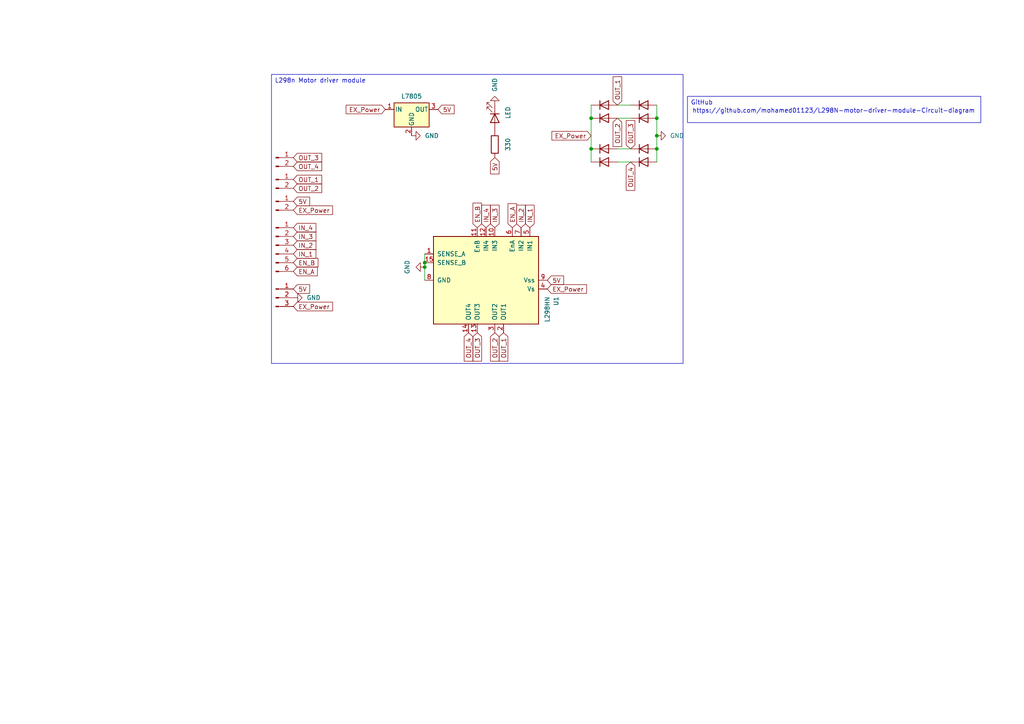
<source format=kicad_sch>
(kicad_sch (version 20250114) (generator "eeschema") (generator_version "9.0")
  (paper "A4")
  (lib_symbols
    (symbol "Connector:Conn_01x02_Pin" (pin_names (offset 1.016) (hide yes))
      (property "Reference" "J" (at 0 2.54 0))
      (property "Value" "Conn_01x02_Pin" (at 0 -5.08 0))
      (symbol "Conn_01x02_Pin_1_1"
        (rectangle (start 0.8636 0.127) (end 0 -0.127) (stroke (width 0.1524)) (fill (type outline)))
        (rectangle (start 0.8636 -2.413) (end 0 -2.667) (stroke (width 0.1524)) (fill (type outline)))
        (polyline (pts (xy 1.27 0) (xy 0.8636 0)) (stroke (width 0.1524)))
        (polyline (pts (xy 1.27 -2.54) (xy 0.8636 -2.54)) (stroke (width 0.1524)))
        (pin passive line (at 5.08 0 180) (length 3.81) (name "Pin_1") (number "1"))
        (pin passive line (at 5.08 -2.54 180) (length 3.81) (name "Pin_2") (number "2"))
      )
    )
    (symbol "Connector:Conn_01x03_Pin" (pin_names (offset 1.016) (hide yes))
      (property "Reference" "J" (at 0 5.08 0))
      (property "Value" "Conn_01x03_Pin" (at 0 -5.08 0))
      (symbol "Conn_01x03_Pin_1_1"
        (rectangle (start 0.8636 2.667) (end 0 2.413) (stroke (width 0.1524)) (fill (type outline)))
        (rectangle (start 0.8636 0.127) (end 0 -0.127) (stroke (width 0.1524)) (fill (type outline)))
        (rectangle (start 0.8636 -2.413) (end 0 -2.667) (stroke (width 0.1524)) (fill (type outline)))
        (polyline (pts (xy 1.27 2.54) (xy 0.8636 2.54)) (stroke (width 0.1524)))
        (polyline (pts (xy 1.27 0) (xy 0.8636 0)) (stroke (width 0.1524)))
        (polyline (pts (xy 1.27 -2.54) (xy 0.8636 -2.54)) (stroke (width 0.1524)))
        (pin passive line (at 5.08 2.54 180) (length 3.81) (name "Pin_1") (number "1"))
        (pin passive line (at 5.08 0 180) (length 3.81) (name "Pin_2") (number "2"))
        (pin passive line (at 5.08 -2.54 180) (length 3.81) (name "Pin_3") (number "3"))
      )
    )
    (symbol "Connector:Conn_01x06_Pin" (pin_names (offset 1.016) (hide yes))
      (property "Reference" "J" (at 0 7.62 0))
      (property "Value" "Conn_01x06_Pin" (at 0 -10.16 0))
      (symbol "Conn_01x06_Pin_1_1"
        (rectangle (start 0.8636 5.207) (end 0 4.953) (stroke (width 0.1524)) (fill (type outline)))
        (rectangle (start 0.8636 2.667) (end 0 2.413) (stroke (width 0.1524)) (fill (type outline)))
        (rectangle (start 0.8636 0.127) (end 0 -0.127) (stroke (width 0.1524)) (fill (type outline)))
        (rectangle (start 0.8636 -2.413) (end 0 -2.667) (stroke (width 0.1524)) (fill (type outline)))
        (rectangle (start 0.8636 -4.953) (end 0 -5.207) (stroke (width 0.1524)) (fill (type outline)))
        (rectangle (start 0.8636 -7.493) (end 0 -7.747) (stroke (width 0.1524)) (fill (type outline)))
        (polyline (pts (xy 1.27 5.08) (xy 0.8636 5.08)) (stroke (width 0.1524)))
        (polyline (pts (xy 1.27 2.54) (xy 0.8636 2.54)) (stroke (width 0.1524)))
        (polyline (pts (xy 1.27 0) (xy 0.8636 0)) (stroke (width 0.1524)))
        (polyline (pts (xy 1.27 -2.54) (xy 0.8636 -2.54)) (stroke (width 0.1524)))
        (polyline (pts (xy 1.27 -5.08) (xy 0.8636 -5.08)) (stroke (width 0.1524)))
        (polyline (pts (xy 1.27 -7.62) (xy 0.8636 -7.62)) (stroke (width 0.1524)))
        (pin passive line (at 5.08 5.08 180) (length 3.81) (name "Pin_1") (number "1"))
        (pin passive line (at 5.08 2.54 180) (length 3.81) (name "Pin_2") (number "2"))
        (pin passive line (at 5.08 0 180) (length 3.81) (name "Pin_3") (number "3"))
        (pin passive line (at 5.08 -2.54 180) (length 3.81) (name "Pin_4") (number "4"))
        (pin passive line (at 5.08 -5.08 180) (length 3.81) (name "Pin_5") (number "5"))
        (pin passive line (at 5.08 -7.62 180) (length 3.81) (name "Pin_6") (number "6"))
      )
    )
    (symbol "Device:LED" (pin_numbers (hide yes)) (pin_names (offset 1.016) (hide yes))
      (property "Reference" "D" (at 0 2.54 0))
      (property "Value" "LED" (at 0 -2.54 0))
      (symbol "LED_0_1"
        (polyline (pts (xy -3.048 -0.762) (xy -4.572 -2.286) (xy -3.81 -2.286) (xy -4.572 -2.286) (xy -4.572 -1.524)))
        (polyline (pts (xy -1.778 -0.762) (xy -3.302 -2.286) (xy -2.54 -2.286) (xy -3.302 -2.286) (xy -3.302 -1.524)))
        (polyline (pts (xy -1.27 0) (xy 1.27 0)))
        (polyline (pts (xy -1.27 -1.27) (xy -1.27 1.27)) (stroke (width 0.254)))
        (polyline (pts (xy 1.27 -1.27) (xy 1.27 1.27) (xy -1.27 0) (xy 1.27 -1.27)) (stroke (width 0.254)))
      )
      (symbol "LED_1_1"
        (pin passive line (at -3.81 0 0) (length 2.54) (name "K") (number "1"))
        (pin passive line (at 3.81 0 180) (length 2.54) (name "A") (number "2"))
      )
    )
    (symbol "Device:R" (pin_numbers (hide yes)) (pin_names (offset 0))
      (property "Reference" "R" (at 2.032 0 90))
      (property "Value" "R" (at 0 0 90))
      (symbol "R_0_1"
        (rectangle (start -1.016 -2.54) (end 1.016 2.54) (stroke (width 0.254)))
      )
      (symbol "R_1_1"
        (pin passive line (at 0 3.81 270) (length 1.27) (name "~") (number "1"))
        (pin passive line (at 0 -3.81 90) (length 1.27) (name "~") (number "2"))
      )
    )
    (symbol "Diode:BAV16W" (pin_numbers (hide yes)) (pin_names (hide yes))
      (property "Reference" "D" (at 0 2.54 0))
      (property "Value" "BAV16W" (at 0 -2.54 0))
      (symbol "BAV16W_0_1"
        (polyline (pts (xy -1.27 1.27) (xy -1.27 -1.27)) (stroke (width 0.254)))
        (polyline (pts (xy 1.27 1.27) (xy 1.27 -1.27) (xy -1.27 0) (xy 1.27 1.27)) (stroke (width 0.254)))
        (polyline (pts (xy 1.27 0) (xy -1.27 0)))
      )
      (symbol "BAV16W_1_1"
        (pin passive line (at -3.81 0 0) (length 2.54) (name "K") (number "1"))
        (pin passive line (at 3.81 0 180) (length 2.54) (name "A") (number "2"))
      )
    )
    (symbol "Driver_Motor:L298HN" (pin_names (offset 1.016))
      (property "Reference" "U" (at -10.16 16.51 0))
      (property "Value" "L298HN" (at 12.7 16.51 0))
      (symbol "L298HN_0_1"
        (rectangle (start -12.7 15.24) (end 12.7 -15.24) (stroke (width 0.254)) (fill (type background)))
      )
      (symbol "L298HN_1_1"
        (pin input line (at -15.24 12.7 0) (length 2.54) (name "IN1") (number "5"))
        (pin input line (at -15.24 10.16 0) (length 2.54) (name "IN2") (number "7"))
        (pin input line (at -15.24 7.62 0) (length 2.54) (name "EnA") (number "6"))
        (pin input line (at -15.24 2.54 0) (length 2.54) (name "IN3") (number "10"))
        (pin input line (at -15.24 0 0) (length 2.54) (name "IN4") (number "12"))
        (pin input line (at -15.24 -2.54 0) (length 2.54) (name "EnB") (number "11"))
        (pin power_in line (at -7.62 -17.78 90) (length 2.54) (name "SENSE_A") (number "1"))
        (pin power_in line (at -5.08 -17.78 90) (length 2.54) (name "SENSE_B") (number "15"))
        (pin power_in line (at 0 17.78 270) (length 2.54) (name "Vss") (number "9"))
        (pin power_in line (at 0 -17.78 90) (length 2.54) (name "GND") (number "8"))
        (pin power_in line (at 2.54 17.78 270) (length 2.54) (name "Vs") (number "4"))
        (pin output line (at 15.24 5.08 180) (length 2.54) (name "OUT1") (number "2"))
        (pin output line (at 15.24 2.54 180) (length 2.54) (name "OUT2") (number "3"))
        (pin output line (at 15.24 -2.54 180) (length 2.54) (name "OUT3") (number "13"))
        (pin output line (at 15.24 -5.08 180) (length 2.54) (name "OUT4") (number "14"))
      )
    )
    (symbol "Regulator_Linear:L7805" (pin_names (offset 0.254))
      (property "Reference" "U" (at -3.81 3.175 0))
      (property "Value" "L7805" (at 0 3.175 0))
      (symbol "L7805_0_1"
        (rectangle (start -5.08 1.905) (end 5.08 -5.08) (stroke (width 0.254)) (fill (type background)))
      )
      (symbol "L7805_1_1"
        (pin power_in line (at -7.62 0 0) (length 2.54) (name "IN") (number "1"))
        (pin power_in line (at 0 -7.62 90) (length 2.54) (name "GND") (number "2"))
        (pin power_out line (at 7.62 0 180) (length 2.54) (name "OUT") (number "3"))
      )
    )
    (symbol "power:GND" (power) (pin_numbers (hide yes)) (pin_names (offset 0) (hide yes))
      (property "Value" "GND" (at 0 -3.81 0))
      (symbol "GND_0_1"
        (polyline (pts (xy 0 0) (xy 0 -1.27) (xy 1.27 -1.27) (xy 0 -2.54) (xy -1.27 -1.27) (xy 0 -1.27)))
      )
      (symbol "GND_1_1"
        (pin power_in line (at 0 0 270) (length 0) (name "~") (number "1"))
      )
    )
  )
  (text "https://github.com/mohamed01123/L298N-motor-driver-module-Circuit-diagram" (at 241.808 32.258 0) (effects (font (size 1.27 1.27))))
  (text_box "L298n Motor driver module" (at 78.74 21.59 0) (size 119.38 83.82) (margins 0.9525 0.9525 0.9525 0.9525) (effects (font (size 1.27 1.27)) (justify left top)))
  (text_box "GitHub" (at 199.39 27.94 0) (size 85.09 7.62) (margins 0.9525 0.9525 0.9525 0.9525) (effects (font (size 1.27 1.27)) (justify left top)))
  (junction (at 171.45 34.29))
  (junction (at 123.19 77.47))
  (junction (at 190.5 39.37))
  (junction (at 190.5 34.29))
  (junction (at 190.5 43.18))
  (junction (at 171.45 43.18))
  (junction (at 123.19 76.2))
  (wire (pts (xy 171.45 34.29) (xy 171.45 43.18)))
  (wire (pts (xy 190.5 39.37) (xy 190.5 43.18)))
  (wire (pts (xy 123.19 76.2) (xy 123.19 77.47)))
  (wire (pts (xy 123.19 73.66) (xy 123.19 76.2)))
  (wire (pts (xy 171.45 43.18) (xy 171.45 46.99)))
  (wire (pts (xy 171.45 30.48) (xy 171.45 34.29)))
  (wire (pts (xy 123.19 77.47) (xy 123.19 81.28)))
  (wire (pts (xy 179.07 30.48) (xy 182.88 30.48)))
  (wire (pts (xy 190.5 43.18) (xy 190.5 46.99)))
  (wire (pts (xy 190.5 34.29) (xy 190.5 39.37)))
  (wire (pts (xy 179.07 43.18) (xy 182.88 43.18)))
  (wire (pts (xy 179.07 46.99) (xy 182.88 46.99)))
  (wire (pts (xy 179.07 34.29) (xy 182.88 34.29)))
  (wire (pts (xy 190.5 30.48) (xy 190.5 34.29)))
  (global_label "OUT_3" (shape input) (at 138.43 96.52 270) (property "Intersheetrefs" "${INTERSHEET_REFS}" (effects (hide yes))))
  (global_label "IN_2" (shape input) (at 151.13 66.04 90) (property "Intersheetrefs" "${INTERSHEET_REFS}" (effects (hide yes))))
  (global_label "IN_3" (shape input) (at 143.51 66.04 90) (property "Intersheetrefs" "${INTERSHEET_REFS}" (effects (hide yes))))
  (global_label "OUT_4" (shape input) (at 182.88 46.99 270) (property "Intersheetrefs" "${INTERSHEET_REFS}" (effects (hide yes))))
  (global_label "EX_Power" (shape input) (at 85.09 88.9 0) (property "Intersheetrefs" "${INTERSHEET_REFS}" (effects (hide yes))))
  (global_label "OUT_2" (shape input) (at 179.07 34.29 270) (property "Intersheetrefs" "${INTERSHEET_REFS}" (effects (hide yes))))
  (global_label "5V" (shape input) (at 127 31.75 0) (property "Intersheetrefs" "${INTERSHEET_REFS}" (effects (hide yes))))
  (global_label "OUT_4" (shape input) (at 135.89 96.52 270) (property "Intersheetrefs" "${INTERSHEET_REFS}" (effects (hide yes))))
  (global_label "OUT_1" (shape input) (at 179.07 30.48 90) (property "Intersheetrefs" "${INTERSHEET_REFS}" (effects (hide yes))))
  (global_label "OUT_2" (shape input) (at 143.51 96.52 270) (property "Intersheetrefs" "${INTERSHEET_REFS}" (effects (hide yes))))
  (global_label "5V" (shape input) (at 143.51 45.72 270) (property "Intersheetrefs" "${INTERSHEET_REFS}" (effects (hide yes))))
  (global_label "EX_Power" (shape input) (at 85.09 60.96 0) (property "Intersheetrefs" "${INTERSHEET_REFS}" (effects (hide yes))))
  (global_label "OUT_1" (shape input) (at 146.05 96.52 270) (property "Intersheetrefs" "${INTERSHEET_REFS}" (effects (hide yes))))
  (global_label "EN_B" (shape input) (at 85.09 76.2 0) (property "Intersheetrefs" "${INTERSHEET_REFS}" (effects (hide yes))))
  (global_label "OUT_1" (shape input) (at 85.09 52.07 0) (property "Intersheetrefs" "${INTERSHEET_REFS}" (effects (hide yes))))
  (global_label "IN_1" (shape input) (at 85.09 73.66 0) (property "Intersheetrefs" "${INTERSHEET_REFS}" (effects (hide yes))))
  (global_label "EX_Power" (shape input) (at 111.76 31.75 180) (property "Intersheetrefs" "${INTERSHEET_REFS}" (effects (hide yes))))
  (global_label "EN_A" (shape input) (at 148.59 66.04 90) (property "Intersheetrefs" "${INTERSHEET_REFS}" (effects (hide yes))))
  (global_label "EN_B" (shape input) (at 138.43 66.04 90) (property "Intersheetrefs" "${INTERSHEET_REFS}" (effects (hide yes))))
  (global_label "EN_A" (shape input) (at 85.09 78.74 0) (property "Intersheetrefs" "${INTERSHEET_REFS}" (effects (hide yes))))
  (global_label "IN_4" (shape input) (at 140.97 66.04 90) (property "Intersheetrefs" "${INTERSHEET_REFS}" (effects (hide yes))))
  (global_label "5V" (shape input) (at 85.09 58.42 0) (property "Intersheetrefs" "${INTERSHEET_REFS}" (effects (hide yes))))
  (global_label "IN_4" (shape input) (at 85.09 66.04 0) (property "Intersheetrefs" "${INTERSHEET_REFS}" (effects (hide yes))))
  (global_label "EX_Power" (shape input) (at 158.75 83.82 0) (property "Intersheetrefs" "${INTERSHEET_REFS}" (effects (hide yes))))
  (global_label "IN_1" (shape input) (at 153.67 66.04 90) (property "Intersheetrefs" "${INTERSHEET_REFS}" (effects (hide yes))))
  (global_label "OUT_3" (shape input) (at 85.09 45.72 0) (property "Intersheetrefs" "${INTERSHEET_REFS}" (effects (hide yes))))
  (global_label "IN_3" (shape input) (at 85.09 68.58 0) (property "Intersheetrefs" "${INTERSHEET_REFS}" (effects (hide yes))))
  (global_label "IN_2" (shape input) (at 85.09 71.12 0) (property "Intersheetrefs" "${INTERSHEET_REFS}" (effects (hide yes))))
  (global_label "5V" (shape input) (at 158.75 81.28 0) (property "Intersheetrefs" "${INTERSHEET_REFS}" (effects (hide yes))))
  (global_label "EX_Power" (shape input) (at 171.45 39.37 180) (property "Intersheetrefs" "${INTERSHEET_REFS}" (effects (hide yes))))
  (global_label "OUT_3" (shape input) (at 182.88 43.18 90) (property "Intersheetrefs" "${INTERSHEET_REFS}" (effects (hide yes))))
  (global_label "5V" (shape input) (at 85.09 83.82 0) (property "Intersheetrefs" "${INTERSHEET_REFS}" (effects (hide yes))))
  (global_label "OUT_2" (shape input) (at 85.09 54.61 0) (property "Intersheetrefs" "${INTERSHEET_REFS}" (effects (hide yes))))
  (global_label "OUT_4" (shape input) (at 85.09 48.26 0) (property "Intersheetrefs" "${INTERSHEET_REFS}" (effects (hide yes))))
  (symbol (lib_id "Connector:Conn_01x02_Pin") (at 80.01 58.42 0) (unit 1)
    (property "Reference" "J5" (effects (hide yes)))
    (property "Value" "Conn_01x02_Pin S" (effects (hide yes)))
    (property "Footprint" "Connector_PinHeader_2.00mm:PinHeader_1x02_P2.00mm_Vertical" (effects (hide yes)))
    (property "Description" "Generic connector, single row, 01x02, script generated" (effects (hide yes)))
  )
  (symbol (lib_id "Device:R") (at 143.51 41.91 0) (unit 1)
    (property "Reference" "R1" (effects (hide yes)))
    (property "Value" "330" (at 147.32 41.91 90))
    (property "Footprint" "Resistor_SMD:R_2512_6332Metric_Pad1.40x3.35mm_HandSolder" (effects (hide yes)))
    (property "Description" "Resistor" (effects (hide yes)))
  )
  (symbol (lib_id "Diode:BAV16W") (at 186.69 43.18 0) (unit 1)
    (property "Reference" "D8" (effects (hide yes)))
    (property "Value" "BAV16W" (effects (hide yes)))
    (property "Footprint" "Diode_SMD:D_SOD-123" (effects (hide yes)))
    (property "Datasheet" "https://www.diodes.com/assets/Datasheets/ds30086.pdf" (effects (hide yes)))
    (property "Description" "75V 0.15A Fast Switching Diode, SOD-123" (effects (hide yes)))
    (property "Sim.Device" "D" (effects (hide yes)))
    (property "Sim.Pins" "1=K 2=A" (effects (hide yes)))
  )
  (symbol (lib_id "Connector:Conn_01x02_Pin") (at 80.01 45.72 0) (unit 1)
    (property "Reference" "J4" (effects (hide yes)))
    (property "Value" "Conn_01x02_Pin" (effects (hide yes)))
    (property "Footprint" "TerminalBlock_Phoenix:TerminalBlock_Phoenix_MKDS-1,5-2_1x02_P5.00mm_Horizontal" (effects (hide yes)))
    (property "Description" "Generic connector, single row, 01x02, script generated" (effects (hide yes)))
  )
  (symbol (lib_id "Diode:BAV16W") (at 186.69 30.48 0) (unit 1)
    (property "Reference" "D6" (effects (hide yes)))
    (property "Value" "BAV16W" (effects (hide yes)))
    (property "Footprint" "Diode_SMD:D_SOD-123" (effects (hide yes)))
    (property "Datasheet" "https://www.diodes.com/assets/Datasheets/ds30086.pdf" (effects (hide yes)))
    (property "Description" "75V 0.15A Fast Switching Diode, SOD-123" (effects (hide yes)))
    (property "Sim.Device" "D" (effects (hide yes)))
    (property "Sim.Pins" "1=K 2=A" (effects (hide yes)))
  )
  (symbol (lib_id "Diode:BAV16W") (at 175.26 34.29 0) (unit 1)
    (property "Reference" "D3" (effects (hide yes)))
    (property "Value" "BAV16W" (effects (hide yes)))
    (property "Footprint" "Diode_SMD:D_SOD-123" (effects (hide yes)))
    (property "Datasheet" "https://www.diodes.com/assets/Datasheets/ds30086.pdf" (effects (hide yes)))
    (property "Description" "75V 0.15A Fast Switching Diode, SOD-123" (effects (hide yes)))
    (property "Sim.Device" "D" (effects (hide yes)))
    (property "Sim.Pins" "1=K 2=A" (effects (hide yes)))
  )
  (symbol (lib_id "Connector:Conn_01x06_Pin") (at 80.01 71.12 0) (unit 1)
    (property "Reference" "J3" (effects (hide yes)))
    (property "Value" "Conn_01x06_Pin" (effects (hide yes)))
    (property "Footprint" "Connector_PinHeader_2.00mm:PinHeader_1x06_P2.00mm_Vertical" (effects (hide yes)))
    (property "Description" "Generic connector, single row, 01x06, script generated" (effects (hide yes)))
  )
  (symbol (lib_id "power:GND") (at 119.38 39.37 90) (unit 1)
    (property "Reference" "#PWR05" (effects (hide yes)))
    (property "Value" "GND" (at 123.19 39.3699 90) (effects (justify right)))
    (property "Description" "Power symbol creates a global label with name \"GND\" , ground" (effects (hide yes)))
  )
  (symbol (lib_id "Diode:BAV16W") (at 175.26 46.99 0) (unit 1)
    (property "Reference" "D5" (effects (hide yes)))
    (property "Value" "BAV16W" (effects (hide yes)))
    (property "Footprint" "Diode_SMD:D_SOD-123" (effects (hide yes)))
    (property "Datasheet" "https://www.diodes.com/assets/Datasheets/ds30086.pdf" (effects (hide yes)))
    (property "Description" "75V 0.15A Fast Switching Diode, SOD-123" (effects (hide yes)))
    (property "Sim.Device" "D" (effects (hide yes)))
    (property "Sim.Pins" "1=K 2=A" (effects (hide yes)))
  )
  (symbol (lib_id "power:GND") (at 143.51 30.48 180) (unit 1)
    (property "Reference" "#PWR02" (effects (hide yes)))
    (property "Value" "GND" (at 143.5101 26.67 90) (effects (justify right)))
    (property "Description" "Power symbol creates a global label with name \"GND\" , ground" (effects (hide yes)))
  )
  (symbol (lib_id "Diode:BAV16W") (at 175.26 30.48 0) (unit 1)
    (property "Reference" "D1" (effects (hide yes)))
    (property "Value" "BAV16W" (effects (hide yes)))
    (property "Footprint" "Diode_SMD:D_SOD-123" (effects (hide yes)))
    (property "Datasheet" "https://www.diodes.com/assets/Datasheets/ds30086.pdf" (effects (hide yes)))
    (property "Description" "75V 0.15A Fast Switching Diode, SOD-123" (effects (hide yes)))
    (property "Sim.Device" "D" (effects (hide yes)))
    (property "Sim.Pins" "1=K 2=A" (effects (hide yes)))
  )
  (symbol (lib_id "Connector:Conn_01x03_Pin") (at 80.01 86.36 0) (unit 1)
    (property "Reference" "J2" (effects (hide yes)))
    (property "Value" "Conn_01x03_Pin" (effects (hide yes)))
    (property "Footprint" "TerminalBlock_Phoenix:TerminalBlock_Phoenix_MKDS-1,5-3_1x03_P5.00mm_Horizontal" (effects (hide yes)))
    (property "Description" "Generic connector, single row, 01x03, script generated" (effects (hide yes)))
  )
  (symbol (lib_id "Diode:BAV16W") (at 186.69 46.99 0) (unit 1)
    (property "Reference" "D9" (effects (hide yes)))
    (property "Value" "BAV16W" (effects (hide yes)))
    (property "Footprint" "Diode_SMD:D_SOD-123" (effects (hide yes)))
    (property "Datasheet" "https://www.diodes.com/assets/Datasheets/ds30086.pdf" (effects (hide yes)))
    (property "Description" "75V 0.15A Fast Switching Diode, SOD-123" (effects (hide yes)))
    (property "Sim.Device" "D" (effects (hide yes)))
    (property "Sim.Pins" "1=K 2=A" (effects (hide yes)))
  )
  (symbol (lib_id "Device:LED") (at 143.51 34.29 270) (unit 1)
    (property "Reference" "D2" (effects (hide yes)))
    (property "Value" "LED" (at 147.32 32.7025 0))
    (property "Footprint" "LED_SMD:LED_1206_3216Metric_Pad1.42x1.75mm_HandSolder" (effects (hide yes)))
    (property "Description" "Light emitting diode" (effects (hide yes)))
    (property "Sim.Pins" "1=K 2=A" (effects (hide yes)))
  )
  (symbol (lib_id "Connector:Conn_01x02_Pin") (at 80.01 52.07 0) (unit 1)
    (property "Reference" "J1" (effects (hide yes)))
    (property "Value" "Conn_01x02_Pin" (effects (hide yes)))
    (property "Footprint" "TerminalBlock_Phoenix:TerminalBlock_Phoenix_MKDS-1,5-2_1x02_P5.00mm_Horizontal" (effects (hide yes)))
    (property "Description" "Generic connector, single row, 01x02, script generated" (effects (hide yes)))
  )
  (symbol (lib_id "Regulator_Linear:L7805") (at 119.38 31.75 0) (unit 1)
    (property "Reference" "U2" (effects (hide yes)))
    (property "Value" "L7805" (at 119.38 27.94 0))
    (property "Footprint" "Package_TO_SOT_SMD:TO-252-2" (effects (hide yes)))
    (property "Datasheet" "http://www.st.com/content/ccc/resource/technical/document/datasheet/41/4f/b3/b0/12/d4/47/88/CD00000444.pdf/files/CD00000444.pdf/jcr:content/translations/en.CD00000444.pdf" (effects (hide yes)))
    (property "Description" "Positive 1.5A 35V Linear Regulator, Fixed Output 5V, TO-220/TO-263/TO-252" (effects (hide yes)))
  )
  (symbol (lib_id "Diode:BAV16W") (at 186.69 34.29 0) (unit 1)
    (property "Reference" "D7" (effects (hide yes)))
    (property "Value" "BAV16W" (effects (hide yes)))
    (property "Footprint" "Diode_SMD:D_SOD-123" (effects (hide yes)))
    (property "Datasheet" "https://www.diodes.com/assets/Datasheets/ds30086.pdf" (effects (hide yes)))
    (property "Description" "75V 0.15A Fast Switching Diode, SOD-123" (effects (hide yes)))
    (property "Sim.Device" "D" (effects (hide yes)))
    (property "Sim.Pins" "1=K 2=A" (effects (hide yes)))
  )
  (symbol (lib_id "power:GND") (at 190.5 39.37 90) (unit 1)
    (property "Reference" "#PWR04" (effects (hide yes)))
    (property "Value" "GND" (at 194.31 39.3699 90) (effects (justify right)))
    (property "Description" "Power symbol creates a global label with name \"GND\" , ground" (effects (hide yes)))
  )
  (symbol (lib_id "Driver_Motor:L298HN") (at 140.97 81.28 270) (unit 1)
    (property "Reference" "U1" (at 161.29 85.9633 0) (effects (justify left)))
    (property "Value" "L298HN" (at 158.75 85.9633 0) (effects (justify left)))
    (property "Footprint" "Package_TO_SOT_THT:TO-220-11_P3.4x5.08mm_StaggerOdd_Lead4.58mm_Vertical" (effects (hide yes)))
    (property "Datasheet" "http://www.st.com/st-web-ui/static/active/en/resource/technical/document/datasheet/CD00000240.pdf" (effects (hide yes)))
    (property "Description" "Dual full bridge motor driver, up to 46V, 4A, Multiwatt15-H" (effects (hide yes)))
  )
  (symbol (lib_id "power:GND") (at 85.09 86.36 90) (unit 1)
    (property "Reference" "#PWR03" (effects (hide yes)))
    (property "Value" "GND" (at 88.9 86.3599 90) (effects (justify right)))
    (property "Description" "Power symbol creates a global label with name \"GND\" , ground" (effects (hide yes)))
  )
  (symbol (lib_id "power:GND") (at 123.19 77.47 270) (unit 1)
    (property "Reference" "#PWR01" (effects (hide yes)))
    (property "Value" "GND" (at 118.11 77.47 0))
    (property "Description" "Power symbol creates a global label with name \"GND\" , ground" (effects (hide yes)))
  )
  (symbol (lib_id "Diode:BAV16W") (at 175.26 43.18 0) (unit 1)
    (property "Reference" "D4" (effects (hide yes)))
    (property "Value" "BAV16W" (effects (hide yes)))
    (property "Footprint" "Diode_SMD:D_SOD-123" (effects (hide yes)))
    (property "Datasheet" "https://www.diodes.com/assets/Datasheets/ds30086.pdf" (effects (hide yes)))
    (property "Description" "75V 0.15A Fast Switching Diode, SOD-123" (effects (hide yes)))
    (property "Sim.Device" "D" (effects (hide yes)))
    (property "Sim.Pins" "1=K 2=A" (effects (hide yes)))
  )
)
</source>
